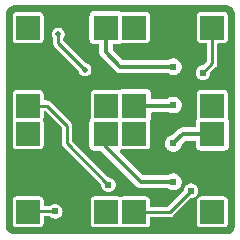
<source format=gtl>
G04 Layer: TopLayer*
G04 EasyEDA v6.5.38, 2023-11-24 15:02:17*
G04 fd976b0eda274a6ca9a56c4ffa30f9f7,9a5be75d700b4a6385dc1106f27949ae,10*
G04 Gerber Generator version 0.2*
G04 Scale: 100 percent, Rotated: No, Reflected: No *
G04 Dimensions in millimeters *
G04 leading zeros omitted , absolute positions ,4 integer and 5 decimal *
%FSLAX45Y45*%
%MOMM*%

%ADD10C,0.2540*%
%ADD11C,0.3100*%
%ADD12R,2.0000X2.0000*%
%ADD13C,0.6200*%
%ADD14C,0.5080*%
%ADD15C,0.0183*%

%LPD*%
G36*
X101396Y-1969516D02*
G01*
X89408Y-1968550D01*
X79756Y-1966366D01*
X70510Y-1962810D01*
X61874Y-1957984D01*
X54051Y-1951939D01*
X47091Y-1944878D01*
X41249Y-1936902D01*
X36576Y-1928164D01*
X33223Y-1918868D01*
X31242Y-1909165D01*
X30530Y-1898599D01*
X30530Y-101396D01*
X31445Y-89408D01*
X33629Y-79756D01*
X37185Y-70510D01*
X42011Y-61874D01*
X48056Y-54051D01*
X55117Y-47091D01*
X63093Y-41249D01*
X71831Y-36576D01*
X81127Y-33223D01*
X90830Y-31242D01*
X101396Y-30530D01*
X1898599Y-30530D01*
X1910588Y-31445D01*
X1920239Y-33629D01*
X1929485Y-37185D01*
X1938121Y-42011D01*
X1945995Y-48056D01*
X1952904Y-55117D01*
X1958746Y-63093D01*
X1963420Y-71831D01*
X1966772Y-81127D01*
X1968754Y-90830D01*
X1969465Y-101396D01*
X1969465Y-1898599D01*
X1968550Y-1910588D01*
X1966366Y-1920239D01*
X1962810Y-1929485D01*
X1957984Y-1938121D01*
X1951939Y-1945995D01*
X1944878Y-1952904D01*
X1936902Y-1958746D01*
X1928164Y-1963420D01*
X1918868Y-1966772D01*
X1909165Y-1968754D01*
X1898599Y-1969516D01*
G37*

%LPC*%
G36*
X1680464Y-1910486D02*
G01*
X1879498Y-1910486D01*
X1885950Y-1909876D01*
X1891639Y-1908149D01*
X1896922Y-1905304D01*
X1901545Y-1901545D01*
X1905304Y-1896922D01*
X1908149Y-1891639D01*
X1909876Y-1885950D01*
X1910486Y-1879498D01*
X1910486Y-1680514D01*
X1909876Y-1674063D01*
X1908149Y-1668373D01*
X1905304Y-1663090D01*
X1901545Y-1658467D01*
X1896922Y-1654657D01*
X1891639Y-1651863D01*
X1885950Y-1650136D01*
X1879498Y-1649475D01*
X1680464Y-1649475D01*
X1674063Y-1650136D01*
X1668322Y-1651863D01*
X1663090Y-1654657D01*
X1658467Y-1658467D01*
X1654657Y-1663090D01*
X1651863Y-1668373D01*
X1650136Y-1674063D01*
X1649475Y-1680514D01*
X1649475Y-1879498D01*
X1650136Y-1885950D01*
X1651863Y-1891639D01*
X1654657Y-1896922D01*
X1658467Y-1901545D01*
X1663090Y-1905304D01*
X1668322Y-1908149D01*
X1674063Y-1909876D01*
G37*
G36*
X120497Y-1910486D02*
G01*
X319481Y-1910486D01*
X325932Y-1909876D01*
X331622Y-1908149D01*
X336905Y-1905304D01*
X341528Y-1901545D01*
X345338Y-1896922D01*
X348132Y-1891639D01*
X349859Y-1885950D01*
X350520Y-1879498D01*
X350520Y-1828342D01*
X351282Y-1824431D01*
X353466Y-1821129D01*
X356768Y-1818944D01*
X360680Y-1818182D01*
X402285Y-1818182D01*
X405587Y-1818741D01*
X408533Y-1820316D01*
X416356Y-1826412D01*
X425297Y-1831238D01*
X434898Y-1834540D01*
X444906Y-1836216D01*
X455066Y-1836216D01*
X465074Y-1834540D01*
X474675Y-1831238D01*
X483616Y-1826412D01*
X491642Y-1820164D01*
X498500Y-1812696D01*
X504037Y-1804212D01*
X508152Y-1794916D01*
X510641Y-1785061D01*
X511454Y-1774952D01*
X510641Y-1764842D01*
X508152Y-1754987D01*
X504037Y-1745691D01*
X498500Y-1737207D01*
X491642Y-1729739D01*
X483616Y-1723491D01*
X474675Y-1718665D01*
X465074Y-1715363D01*
X455066Y-1713687D01*
X444906Y-1713687D01*
X434898Y-1715363D01*
X425297Y-1718665D01*
X416356Y-1723491D01*
X408533Y-1729638D01*
X405587Y-1731213D01*
X402285Y-1731772D01*
X360680Y-1731772D01*
X356768Y-1730959D01*
X353466Y-1728774D01*
X351282Y-1725472D01*
X350520Y-1721612D01*
X350520Y-1680514D01*
X349859Y-1674063D01*
X348132Y-1668373D01*
X345338Y-1663090D01*
X341528Y-1658467D01*
X336905Y-1654657D01*
X331622Y-1651863D01*
X325932Y-1650136D01*
X319481Y-1649475D01*
X120497Y-1649475D01*
X114046Y-1650136D01*
X108356Y-1651863D01*
X103073Y-1654657D01*
X98450Y-1658467D01*
X94691Y-1663090D01*
X91846Y-1668373D01*
X90119Y-1674063D01*
X89509Y-1680514D01*
X89509Y-1879498D01*
X90119Y-1885950D01*
X91846Y-1891639D01*
X94691Y-1896922D01*
X98450Y-1901545D01*
X103073Y-1905304D01*
X108356Y-1908149D01*
X114046Y-1909876D01*
G37*
G36*
X780491Y-1910486D02*
G01*
X979474Y-1910486D01*
X985926Y-1909876D01*
X991666Y-1908149D01*
X995222Y-1906219D01*
X998321Y-1905152D01*
X1001623Y-1905152D01*
X1004773Y-1906219D01*
X1008329Y-1908149D01*
X1014069Y-1909876D01*
X1020470Y-1910486D01*
X1219504Y-1910486D01*
X1225956Y-1909876D01*
X1231646Y-1908149D01*
X1236929Y-1905304D01*
X1241501Y-1901545D01*
X1245311Y-1896922D01*
X1248105Y-1891639D01*
X1249883Y-1885950D01*
X1250492Y-1879498D01*
X1250492Y-1833372D01*
X1251254Y-1829511D01*
X1253490Y-1826209D01*
X1256792Y-1823974D01*
X1260652Y-1823212D01*
X1421587Y-1823161D01*
X1429816Y-1822043D01*
X1437386Y-1819503D01*
X1444345Y-1815642D01*
X1450848Y-1810207D01*
X1596847Y-1664207D01*
X1600149Y-1661972D01*
X1615084Y-1659534D01*
X1624685Y-1656232D01*
X1633626Y-1651406D01*
X1641652Y-1645208D01*
X1648510Y-1637741D01*
X1654048Y-1629206D01*
X1658162Y-1619910D01*
X1660652Y-1610055D01*
X1661464Y-1599946D01*
X1660652Y-1589836D01*
X1658162Y-1579981D01*
X1654048Y-1570685D01*
X1648510Y-1562201D01*
X1641652Y-1554734D01*
X1633626Y-1548485D01*
X1624685Y-1543659D01*
X1615084Y-1540357D01*
X1605076Y-1538681D01*
X1594916Y-1538681D01*
X1584909Y-1540357D01*
X1575308Y-1543659D01*
X1566367Y-1548485D01*
X1558340Y-1554734D01*
X1551482Y-1562201D01*
X1545945Y-1570685D01*
X1541881Y-1579981D01*
X1539341Y-1589836D01*
X1538782Y-1596644D01*
X1537868Y-1600098D01*
X1535836Y-1602994D01*
X1405026Y-1733804D01*
X1401724Y-1736039D01*
X1397863Y-1736801D01*
X1260652Y-1736801D01*
X1256792Y-1736039D01*
X1253490Y-1733804D01*
X1251254Y-1730552D01*
X1250492Y-1726641D01*
X1250492Y-1680514D01*
X1249883Y-1674063D01*
X1248105Y-1668373D01*
X1245311Y-1663090D01*
X1241501Y-1658467D01*
X1236929Y-1654657D01*
X1231646Y-1651863D01*
X1225956Y-1650136D01*
X1219504Y-1649475D01*
X1020470Y-1649475D01*
X1014069Y-1650136D01*
X1008329Y-1651863D01*
X1004773Y-1653743D01*
X1001623Y-1654810D01*
X998321Y-1654810D01*
X995222Y-1653743D01*
X991666Y-1651863D01*
X985926Y-1650136D01*
X979474Y-1649475D01*
X780491Y-1649475D01*
X774039Y-1650136D01*
X768350Y-1651863D01*
X763066Y-1654657D01*
X758444Y-1658467D01*
X754684Y-1663090D01*
X751840Y-1668373D01*
X750112Y-1674063D01*
X749503Y-1680514D01*
X749503Y-1879498D01*
X750112Y-1885950D01*
X751840Y-1891639D01*
X754684Y-1896922D01*
X758444Y-1901545D01*
X763066Y-1905304D01*
X768350Y-1908149D01*
X774039Y-1909876D01*
G37*
G36*
X894943Y-1611223D02*
G01*
X905052Y-1611223D01*
X915111Y-1609547D01*
X924712Y-1606245D01*
X933602Y-1601419D01*
X941628Y-1595170D01*
X948486Y-1587703D01*
X954074Y-1579219D01*
X958138Y-1569923D01*
X960628Y-1560068D01*
X961491Y-1549958D01*
X960628Y-1539849D01*
X958138Y-1529994D01*
X954074Y-1520698D01*
X948486Y-1512214D01*
X941628Y-1504746D01*
X933602Y-1498498D01*
X924712Y-1493672D01*
X915111Y-1490370D01*
X900176Y-1487932D01*
X896874Y-1485747D01*
X596188Y-1185062D01*
X593953Y-1181760D01*
X593191Y-1177848D01*
X593140Y-1048359D01*
X592023Y-1040130D01*
X589483Y-1032560D01*
X585622Y-1025601D01*
X580237Y-1019098D01*
X409397Y-848309D01*
X402742Y-843330D01*
X395579Y-839774D01*
X387959Y-837590D01*
X379526Y-836828D01*
X360680Y-836828D01*
X356768Y-836015D01*
X353466Y-833831D01*
X351282Y-830529D01*
X350520Y-826668D01*
X350520Y-780491D01*
X349859Y-774039D01*
X348132Y-768350D01*
X345338Y-763066D01*
X341528Y-758494D01*
X336905Y-754684D01*
X331622Y-751890D01*
X325932Y-750112D01*
X319481Y-749503D01*
X120497Y-749503D01*
X114046Y-750112D01*
X108356Y-751890D01*
X103073Y-754684D01*
X98450Y-758494D01*
X94691Y-763066D01*
X91846Y-768350D01*
X90119Y-774039D01*
X89509Y-780491D01*
X89509Y-979525D01*
X90119Y-985926D01*
X91846Y-991666D01*
X93776Y-995222D01*
X94792Y-998372D01*
X94792Y-1001674D01*
X93776Y-1004773D01*
X91846Y-1008329D01*
X90119Y-1014069D01*
X89509Y-1020521D01*
X89509Y-1219504D01*
X90119Y-1225956D01*
X91846Y-1231646D01*
X94691Y-1236929D01*
X98450Y-1241552D01*
X103073Y-1245311D01*
X108356Y-1248156D01*
X114046Y-1249883D01*
X120497Y-1250492D01*
X319481Y-1250492D01*
X325932Y-1249883D01*
X331622Y-1248156D01*
X336905Y-1245311D01*
X341528Y-1241552D01*
X345338Y-1236929D01*
X348132Y-1231646D01*
X349859Y-1225956D01*
X350520Y-1219504D01*
X350520Y-1020521D01*
X349859Y-1014069D01*
X348132Y-1008329D01*
X346252Y-1004773D01*
X345186Y-1001674D01*
X345186Y-998372D01*
X346252Y-995222D01*
X348132Y-991666D01*
X349859Y-985926D01*
X350520Y-979525D01*
X350520Y-936142D01*
X351282Y-932230D01*
X353466Y-928928D01*
X356768Y-926744D01*
X360680Y-925982D01*
X364540Y-926744D01*
X367842Y-928928D01*
X503834Y-1064920D01*
X506018Y-1068222D01*
X506780Y-1072083D01*
X506831Y-1201623D01*
X508000Y-1209852D01*
X510540Y-1217371D01*
X514400Y-1224330D01*
X519785Y-1230833D01*
X835863Y-1546910D01*
X837895Y-1549857D01*
X838809Y-1553260D01*
X839368Y-1560068D01*
X841857Y-1569923D01*
X845921Y-1579219D01*
X851509Y-1587703D01*
X858367Y-1595170D01*
X866394Y-1601419D01*
X875284Y-1606245D01*
X884885Y-1609547D01*
G37*
G36*
X1449984Y-1596491D02*
G01*
X1461160Y-1595577D01*
X1472082Y-1592986D01*
X1482445Y-1588668D01*
X1491996Y-1582826D01*
X1500530Y-1575562D01*
X1507845Y-1567027D01*
X1513687Y-1557426D01*
X1517954Y-1547063D01*
X1520596Y-1536192D01*
X1521460Y-1525016D01*
X1520596Y-1513840D01*
X1517954Y-1502918D01*
X1513687Y-1492554D01*
X1507845Y-1483004D01*
X1500530Y-1474470D01*
X1491996Y-1467154D01*
X1482445Y-1461312D01*
X1472082Y-1456994D01*
X1461160Y-1454404D01*
X1449984Y-1453540D01*
X1438808Y-1454404D01*
X1427886Y-1456994D01*
X1417523Y-1461312D01*
X1407464Y-1467510D01*
X1404924Y-1468628D01*
X1402130Y-1468983D01*
X1202385Y-1468983D01*
X1198524Y-1468221D01*
X1195222Y-1466037D01*
X999388Y-1270152D01*
X997254Y-1267053D01*
X996391Y-1263396D01*
X996950Y-1259636D01*
X998829Y-1256385D01*
X1004773Y-1251762D01*
X1007567Y-1250137D01*
X1010818Y-1249476D01*
X1020470Y-1250492D01*
X1219504Y-1250492D01*
X1225956Y-1249883D01*
X1231646Y-1248156D01*
X1236929Y-1245311D01*
X1241501Y-1241552D01*
X1245311Y-1236929D01*
X1248105Y-1231646D01*
X1249883Y-1225956D01*
X1250492Y-1219504D01*
X1250492Y-1020521D01*
X1249476Y-1010818D01*
X1250137Y-1007618D01*
X1251762Y-1004773D01*
X1253642Y-1002487D01*
X1257401Y-995476D01*
X1259687Y-987907D01*
X1260500Y-979474D01*
X1260500Y-946150D01*
X1261262Y-942289D01*
X1263497Y-938987D01*
X1266799Y-936802D01*
X1270660Y-935990D01*
X1410309Y-935990D01*
X1413103Y-936396D01*
X1417523Y-938682D01*
X1427886Y-943000D01*
X1438808Y-945591D01*
X1449984Y-946454D01*
X1461160Y-945591D01*
X1472082Y-943000D01*
X1482445Y-938682D01*
X1491996Y-932840D01*
X1500530Y-925525D01*
X1507845Y-916990D01*
X1513687Y-907440D01*
X1517954Y-897077D01*
X1520596Y-886206D01*
X1521460Y-874979D01*
X1520596Y-863803D01*
X1517954Y-852932D01*
X1513687Y-842568D01*
X1507845Y-832967D01*
X1500530Y-824433D01*
X1491996Y-817168D01*
X1482445Y-811326D01*
X1472082Y-807008D01*
X1461160Y-804418D01*
X1449984Y-803503D01*
X1438808Y-804418D01*
X1427886Y-807008D01*
X1417523Y-811326D01*
X1407972Y-817168D01*
X1402842Y-821588D01*
X1399743Y-823366D01*
X1396238Y-823976D01*
X1270660Y-823976D01*
X1266799Y-823214D01*
X1263497Y-821029D01*
X1261262Y-817727D01*
X1260500Y-813816D01*
X1260500Y-780491D01*
X1259687Y-772109D01*
X1257401Y-764489D01*
X1253642Y-757529D01*
X1248613Y-751382D01*
X1242466Y-746353D01*
X1235506Y-742594D01*
X1227886Y-740308D01*
X1219504Y-739495D01*
X1020521Y-739495D01*
X1012088Y-740308D01*
X1004519Y-742594D01*
X997508Y-746353D01*
X995222Y-748233D01*
X992378Y-749858D01*
X989177Y-750519D01*
X979474Y-749503D01*
X780491Y-749503D01*
X774039Y-750112D01*
X768350Y-751890D01*
X763066Y-754684D01*
X758444Y-758494D01*
X754684Y-763066D01*
X751840Y-768350D01*
X750112Y-774039D01*
X749503Y-780491D01*
X749503Y-979525D01*
X750519Y-989177D01*
X749858Y-992428D01*
X748233Y-995222D01*
X746353Y-997508D01*
X742594Y-1004519D01*
X740308Y-1012088D01*
X739495Y-1020521D01*
X739495Y-1219504D01*
X740308Y-1227886D01*
X742594Y-1235506D01*
X746353Y-1242466D01*
X751382Y-1248613D01*
X757529Y-1253642D01*
X764489Y-1257401D01*
X772109Y-1259687D01*
X780491Y-1260500D01*
X827989Y-1260500D01*
X831189Y-1261008D01*
X834085Y-1262532D01*
X840536Y-1269746D01*
X1135227Y-1564436D01*
X1138986Y-1567891D01*
X1142898Y-1570888D01*
X1147013Y-1573479D01*
X1151331Y-1575765D01*
X1155852Y-1577644D01*
X1160526Y-1579067D01*
X1165250Y-1580134D01*
X1170127Y-1580794D01*
X1175207Y-1580997D01*
X1402130Y-1580997D01*
X1404924Y-1581404D01*
X1407464Y-1582521D01*
X1417523Y-1588668D01*
X1427886Y-1592986D01*
X1438808Y-1595577D01*
G37*
G36*
X1449984Y-1271422D02*
G01*
X1461160Y-1270558D01*
X1472082Y-1267917D01*
X1482445Y-1263650D01*
X1491996Y-1257808D01*
X1500530Y-1250492D01*
X1507845Y-1241958D01*
X1513687Y-1232408D01*
X1517954Y-1222044D01*
X1520748Y-1210564D01*
X1521764Y-1207973D01*
X1523441Y-1205738D01*
X1550212Y-1178966D01*
X1553464Y-1176782D01*
X1557375Y-1176020D01*
X1629308Y-1176020D01*
X1633220Y-1176782D01*
X1636522Y-1178966D01*
X1638706Y-1182268D01*
X1639468Y-1186180D01*
X1639468Y-1219504D01*
X1640332Y-1227886D01*
X1642618Y-1235506D01*
X1646326Y-1242466D01*
X1651355Y-1248613D01*
X1657502Y-1253642D01*
X1664512Y-1257401D01*
X1672082Y-1259687D01*
X1680464Y-1260500D01*
X1879498Y-1260500D01*
X1887880Y-1259687D01*
X1895449Y-1257401D01*
X1902460Y-1253642D01*
X1908606Y-1248613D01*
X1913636Y-1242466D01*
X1917344Y-1235506D01*
X1919681Y-1227886D01*
X1920493Y-1219504D01*
X1920493Y-1020521D01*
X1919681Y-1012088D01*
X1917344Y-1004519D01*
X1913636Y-997508D01*
X1911756Y-995273D01*
X1910130Y-992428D01*
X1909470Y-989177D01*
X1910486Y-979474D01*
X1910486Y-780491D01*
X1909876Y-774039D01*
X1908149Y-768350D01*
X1905304Y-763066D01*
X1901545Y-758444D01*
X1896922Y-754684D01*
X1891639Y-751840D01*
X1885950Y-750112D01*
X1879498Y-749503D01*
X1680514Y-749503D01*
X1674063Y-750112D01*
X1668373Y-751840D01*
X1663090Y-754684D01*
X1658467Y-758444D01*
X1654657Y-763066D01*
X1651863Y-768350D01*
X1650136Y-774039D01*
X1649475Y-780491D01*
X1649475Y-979474D01*
X1650542Y-989177D01*
X1649882Y-992378D01*
X1648256Y-995222D01*
X1646326Y-997508D01*
X1642618Y-1004519D01*
X1640332Y-1012088D01*
X1639468Y-1020521D01*
X1639468Y-1053846D01*
X1638706Y-1057706D01*
X1636522Y-1061008D01*
X1633220Y-1063193D01*
X1629308Y-1064006D01*
X1530197Y-1064006D01*
X1525066Y-1064209D01*
X1520240Y-1064818D01*
X1515465Y-1065885D01*
X1510792Y-1067358D01*
X1506321Y-1069238D01*
X1501952Y-1071473D01*
X1497838Y-1074115D01*
X1493977Y-1077112D01*
X1490218Y-1080566D01*
X1444244Y-1126540D01*
X1442008Y-1128217D01*
X1439418Y-1129233D01*
X1427886Y-1131976D01*
X1417523Y-1136294D01*
X1407972Y-1142136D01*
X1399438Y-1149400D01*
X1392174Y-1157935D01*
X1386332Y-1167536D01*
X1382014Y-1177899D01*
X1379423Y-1188770D01*
X1378508Y-1199946D01*
X1379423Y-1211122D01*
X1382014Y-1222044D01*
X1386332Y-1232408D01*
X1392174Y-1241958D01*
X1399438Y-1250492D01*
X1407972Y-1257808D01*
X1417523Y-1263650D01*
X1427886Y-1267917D01*
X1438808Y-1270558D01*
G37*
G36*
X1694942Y-661212D02*
G01*
X1705051Y-661212D01*
X1715109Y-659536D01*
X1724710Y-656234D01*
X1733600Y-651408D01*
X1741627Y-645210D01*
X1748485Y-637743D01*
X1754073Y-629208D01*
X1758137Y-619912D01*
X1760626Y-610057D01*
X1761185Y-603250D01*
X1762099Y-599846D01*
X1764131Y-596950D01*
X1811680Y-549351D01*
X1816658Y-542696D01*
X1820214Y-535584D01*
X1822399Y-527913D01*
X1823212Y-519531D01*
X1823212Y-360680D01*
X1823974Y-356768D01*
X1826158Y-353466D01*
X1829460Y-351282D01*
X1833372Y-350520D01*
X1879498Y-350520D01*
X1885950Y-349859D01*
X1891639Y-348132D01*
X1896922Y-345338D01*
X1901545Y-341528D01*
X1905304Y-336905D01*
X1908149Y-331622D01*
X1909876Y-325932D01*
X1910486Y-319481D01*
X1910486Y-120497D01*
X1909876Y-114046D01*
X1908149Y-108356D01*
X1905304Y-103073D01*
X1901545Y-98450D01*
X1896922Y-94691D01*
X1891639Y-91846D01*
X1885950Y-90119D01*
X1879498Y-89509D01*
X1680514Y-89509D01*
X1674063Y-90119D01*
X1668373Y-91846D01*
X1663090Y-94691D01*
X1658467Y-98450D01*
X1654657Y-103073D01*
X1651863Y-108356D01*
X1650136Y-114046D01*
X1649475Y-120497D01*
X1649475Y-319481D01*
X1650136Y-325932D01*
X1651863Y-331622D01*
X1654657Y-336905D01*
X1658467Y-341528D01*
X1663090Y-345338D01*
X1668373Y-348132D01*
X1674063Y-349859D01*
X1680514Y-350520D01*
X1726641Y-350520D01*
X1730502Y-351282D01*
X1733804Y-353466D01*
X1735988Y-356768D01*
X1736801Y-360680D01*
X1736801Y-497890D01*
X1735988Y-501751D01*
X1733804Y-505053D01*
X1703120Y-535736D01*
X1699818Y-537921D01*
X1684883Y-540359D01*
X1675282Y-543661D01*
X1666392Y-548487D01*
X1658366Y-554736D01*
X1651507Y-562203D01*
X1645920Y-570687D01*
X1641856Y-579983D01*
X1639366Y-589838D01*
X1638503Y-599948D01*
X1639366Y-610057D01*
X1641856Y-619912D01*
X1645920Y-629208D01*
X1651507Y-637743D01*
X1658366Y-645210D01*
X1666392Y-651408D01*
X1675282Y-656234D01*
X1684883Y-659536D01*
G37*
G36*
X699973Y-630732D02*
G01*
X709676Y-629869D01*
X719074Y-627380D01*
X727913Y-623265D01*
X735888Y-617677D01*
X742797Y-610768D01*
X748385Y-602792D01*
X752500Y-593953D01*
X754989Y-584555D01*
X755853Y-574852D01*
X754989Y-565150D01*
X752500Y-555752D01*
X748385Y-546912D01*
X742797Y-538937D01*
X735888Y-532079D01*
X727913Y-526491D01*
X719074Y-522376D01*
X706018Y-518922D01*
X703122Y-516890D01*
X521157Y-334975D01*
X518972Y-331673D01*
X518210Y-327761D01*
X518210Y-313385D01*
X518668Y-310337D01*
X520039Y-307594D01*
X523392Y-302818D01*
X527507Y-293979D01*
X529996Y-284581D01*
X530860Y-274878D01*
X529996Y-265176D01*
X527507Y-255778D01*
X523392Y-246938D01*
X517804Y-238963D01*
X510895Y-232054D01*
X502920Y-226466D01*
X494080Y-222351D01*
X484682Y-219862D01*
X474980Y-218998D01*
X465277Y-219862D01*
X455879Y-222351D01*
X447040Y-226466D01*
X439064Y-232054D01*
X432206Y-238963D01*
X426618Y-246938D01*
X422503Y-255778D01*
X419963Y-265176D01*
X419100Y-274878D01*
X419963Y-284581D01*
X422503Y-293979D01*
X426618Y-302818D01*
X429920Y-307594D01*
X431292Y-310337D01*
X431800Y-313385D01*
X431800Y-351536D01*
X432968Y-359765D01*
X435508Y-367284D01*
X439369Y-374243D01*
X444754Y-380746D01*
X642010Y-578002D01*
X644042Y-580898D01*
X647496Y-593953D01*
X651611Y-602792D01*
X657199Y-610768D01*
X664057Y-617677D01*
X672033Y-623265D01*
X680872Y-627380D01*
X690270Y-629869D01*
G37*
G36*
X1449984Y-621436D02*
G01*
X1461160Y-620572D01*
X1472082Y-617931D01*
X1482445Y-613664D01*
X1491996Y-607822D01*
X1500530Y-600506D01*
X1507845Y-591972D01*
X1513687Y-582422D01*
X1517954Y-572058D01*
X1520596Y-561136D01*
X1521460Y-549960D01*
X1520596Y-538784D01*
X1517954Y-527913D01*
X1513687Y-517550D01*
X1507845Y-507949D01*
X1500530Y-499414D01*
X1491996Y-492150D01*
X1482445Y-486308D01*
X1472082Y-481990D01*
X1461160Y-479399D01*
X1449984Y-478485D01*
X1438808Y-479399D01*
X1427886Y-481990D01*
X1417523Y-486308D01*
X1407464Y-492455D01*
X1404924Y-493572D01*
X1402130Y-493979D01*
X1027430Y-493979D01*
X1023518Y-493217D01*
X1020216Y-491032D01*
X938987Y-409803D01*
X936802Y-406501D01*
X935990Y-402590D01*
X935990Y-370687D01*
X936802Y-366776D01*
X938987Y-363474D01*
X942289Y-361289D01*
X946150Y-360527D01*
X979474Y-360527D01*
X987907Y-359664D01*
X995476Y-357378D01*
X1002487Y-353669D01*
X1004773Y-351739D01*
X1007618Y-350113D01*
X1010818Y-349453D01*
X1020521Y-350520D01*
X1219504Y-350520D01*
X1225956Y-349859D01*
X1231646Y-348132D01*
X1236929Y-345338D01*
X1241552Y-341528D01*
X1245311Y-336905D01*
X1248156Y-331622D01*
X1249883Y-325932D01*
X1250492Y-319481D01*
X1250492Y-120497D01*
X1249883Y-114046D01*
X1248156Y-108356D01*
X1245311Y-103073D01*
X1241552Y-98450D01*
X1236929Y-94691D01*
X1231646Y-91846D01*
X1225956Y-90119D01*
X1219504Y-89509D01*
X1020521Y-89509D01*
X1010818Y-90525D01*
X1007567Y-89865D01*
X1004722Y-88239D01*
X1002487Y-86360D01*
X995476Y-82600D01*
X987907Y-80314D01*
X979474Y-79502D01*
X780491Y-79502D01*
X772109Y-80314D01*
X764489Y-82600D01*
X757529Y-86360D01*
X751382Y-91389D01*
X746353Y-97536D01*
X742594Y-104546D01*
X740308Y-112115D01*
X739495Y-120497D01*
X739495Y-319481D01*
X740308Y-327914D01*
X742594Y-335483D01*
X746353Y-342493D01*
X751382Y-348589D01*
X757529Y-353669D01*
X764489Y-357378D01*
X772109Y-359664D01*
X780491Y-360527D01*
X813816Y-360527D01*
X817727Y-361289D01*
X821029Y-363474D01*
X823214Y-366776D01*
X823976Y-370687D01*
X823976Y-429768D01*
X824230Y-434898D01*
X824839Y-439724D01*
X825906Y-444500D01*
X827379Y-449173D01*
X829259Y-453694D01*
X831494Y-458012D01*
X834136Y-462127D01*
X837133Y-465988D01*
X840536Y-469747D01*
X960221Y-589432D01*
X963980Y-592886D01*
X967892Y-595884D01*
X972007Y-598474D01*
X976325Y-600760D01*
X980846Y-602640D01*
X985519Y-604113D01*
X990295Y-605129D01*
X995121Y-605790D01*
X1000201Y-605993D01*
X1402130Y-605993D01*
X1404924Y-606348D01*
X1407464Y-607466D01*
X1417523Y-613664D01*
X1427886Y-617931D01*
X1438808Y-620572D01*
G37*
G36*
X120497Y-350520D02*
G01*
X319481Y-350520D01*
X325932Y-349859D01*
X331622Y-348132D01*
X336905Y-345338D01*
X341528Y-341528D01*
X345338Y-336905D01*
X348132Y-331673D01*
X349859Y-325932D01*
X350520Y-319481D01*
X350520Y-120497D01*
X349859Y-114046D01*
X348132Y-108356D01*
X345338Y-103073D01*
X341528Y-98450D01*
X336905Y-94691D01*
X331622Y-91846D01*
X325932Y-90119D01*
X319481Y-89509D01*
X120497Y-89509D01*
X114046Y-90119D01*
X108356Y-91846D01*
X103073Y-94691D01*
X98450Y-98450D01*
X94691Y-103073D01*
X91846Y-108356D01*
X90119Y-114046D01*
X89509Y-120497D01*
X89509Y-319481D01*
X90119Y-325932D01*
X91846Y-331673D01*
X94691Y-336905D01*
X98450Y-341528D01*
X103073Y-345338D01*
X108356Y-348132D01*
X114046Y-349859D01*
G37*

%LPD*%
D10*
X699983Y-574868D02*
G01*
X474987Y-349872D01*
X474987Y-274871D01*
D11*
X1449997Y-549976D02*
G01*
X999997Y-549998D01*
X880005Y-430006D01*
X880005Y-219991D01*
D10*
X1699996Y-599963D02*
G01*
X1779983Y-519976D01*
X1779983Y-219986D01*
D11*
X1449997Y-874999D02*
G01*
X1444990Y-880005D01*
X1119990Y-880005D01*
X1449997Y-1199962D02*
G01*
X1529969Y-1119990D01*
X1780004Y-1119990D01*
D10*
X899998Y-1549961D02*
G01*
X549998Y-1199962D01*
X549998Y-1049997D01*
X380011Y-880010D01*
X220012Y-880010D01*
D11*
X1449997Y-1524998D02*
G01*
X1174998Y-1524998D01*
X880005Y-1230005D01*
X880005Y-1119990D01*
D10*
X220012Y-1780009D02*
G01*
X225059Y-1774962D01*
X449999Y-1774962D01*
X1599996Y-1599961D02*
G01*
X1419948Y-1780009D01*
X1120010Y-1780009D01*
D12*
G01*
X220012Y-880010D03*
G01*
X880005Y-880010D03*
G01*
X880005Y-219991D03*
G01*
X220012Y-219991D03*
G01*
X1779983Y-219986D03*
G01*
X1119990Y-219986D03*
G01*
X1119990Y-880005D03*
G01*
X1779983Y-880005D03*
G01*
X1120010Y-1780009D03*
G01*
X1780004Y-1780009D03*
G01*
X1780004Y-1119990D03*
G01*
X1120010Y-1119990D03*
G01*
X220012Y-1780009D03*
G01*
X880005Y-1780009D03*
G01*
X880005Y-1119990D03*
G01*
X220012Y-1119990D03*
D13*
G01*
X1449997Y-1524998D03*
G01*
X1449997Y-874999D03*
G01*
X1449997Y-549976D03*
G01*
X1449997Y-1199962D03*
G01*
X899998Y-1549961D03*
G01*
X449999Y-1774962D03*
G01*
X1599996Y-1599961D03*
G01*
X1699996Y-599963D03*
G01*
X1549996Y-399999D03*
G01*
X1549996Y-724999D03*
G01*
X1549996Y-1024999D03*
G01*
X1549996Y-1374998D03*
G01*
X874986Y-1349969D03*
G01*
X474946Y-1199946D03*
G01*
X349986Y-1599968D03*
G01*
X174988Y-1399969D03*
G01*
X249986Y-674971D03*
G01*
X474987Y-1099969D03*
G01*
X599986Y-174972D03*
G01*
X999964Y-699970D03*
D14*
G01*
X474987Y-274871D03*
G01*
X699983Y-574868D03*
M02*

</source>
